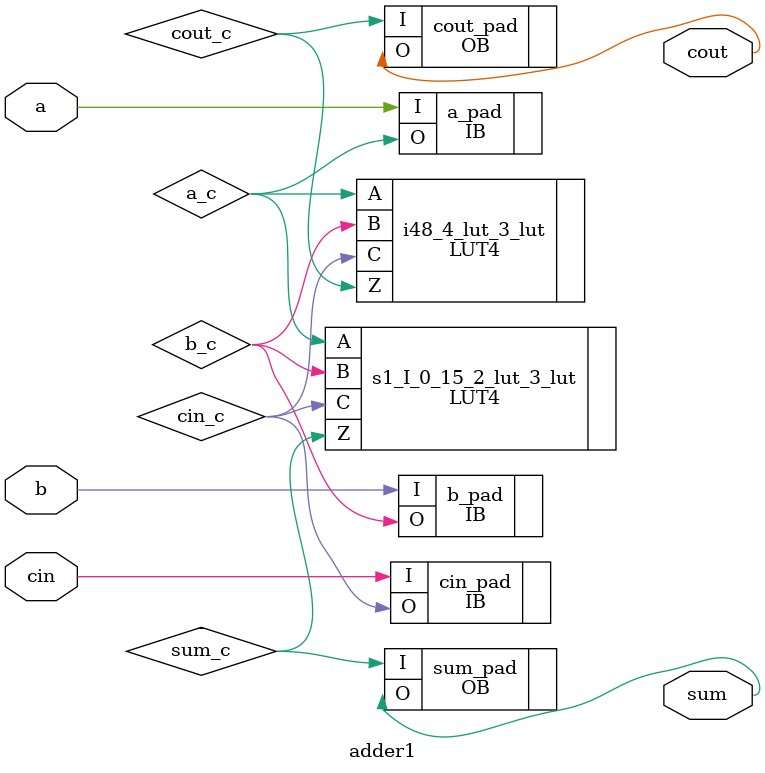
<source format=v>

module adder1 (a, b, cin, sum, cout) /* synthesis syn_module_defined=1 */ ;   // e:/fpgaproject/stepmxo2/swust/2.adder1/adder1.v(13[8:14])
    input a;   // e:/fpgaproject/stepmxo2/swust/2.adder1/adder1.v(15[12:13])
    input b;   // e:/fpgaproject/stepmxo2/swust/2.adder1/adder1.v(16[12:13])
    input cin;   // e:/fpgaproject/stepmxo2/swust/2.adder1/adder1.v(17[12:15])
    output sum;   // e:/fpgaproject/stepmxo2/swust/2.adder1/adder1.v(18[13:16])
    output cout;   // e:/fpgaproject/stepmxo2/swust/2.adder1/adder1.v(19[13:17])
    
    
    wire a_c, b_c, cin_c, sum_c, cout_c, VCC_net, GND_net;
    
    GSR GSR_INST (.GSR(VCC_net));
    VHI i35 (.Z(VCC_net));
    VLO i49 (.Z(GND_net));
    OB sum_pad (.I(sum_c), .O(sum));   // e:/fpgaproject/stepmxo2/swust/2.adder1/adder1.v(18[13:16])
    OB cout_pad (.I(cout_c), .O(cout));   // e:/fpgaproject/stepmxo2/swust/2.adder1/adder1.v(19[13:17])
    IB a_pad (.I(a), .O(a_c));   // e:/fpgaproject/stepmxo2/swust/2.adder1/adder1.v(15[12:13])
    IB b_pad (.I(b), .O(b_c));   // e:/fpgaproject/stepmxo2/swust/2.adder1/adder1.v(16[12:13])
    IB cin_pad (.I(cin), .O(cin_c));   // e:/fpgaproject/stepmxo2/swust/2.adder1/adder1.v(17[12:15])
    PUR PUR_INST (.PUR(VCC_net));
    defparam PUR_INST.RST_PULSE = 1;
    LUT4 s1_I_0_15_2_lut_3_lut (.A(a_c), .B(b_c), .C(cin_c), .Z(sum_c)) /* synthesis lut_function=(A (B (C)+!B !(C))+!A !(B (C)+!B !(C))) */ ;   // e:/fpgaproject/stepmxo2/swust/2.adder1/adder1.v(25[5:13])
    defparam s1_I_0_15_2_lut_3_lut.init = 16'h9696;
    TSALL TSALL_INST (.TSALL(GND_net));
    LUT4 i48_4_lut_3_lut (.A(a_c), .B(b_c), .C(cin_c), .Z(cout_c)) /* synthesis lut_function=(!(A (B+(C))+!A (B (C)))) */ ;   // e:/fpgaproject/stepmxo2/swust/2.adder1/adder1.v(25[5:13])
    defparam i48_4_lut_3_lut.init = 16'h1717;
    
endmodule
//
// Verilog Description of module PUR
// module not written out since it is a black-box. 
//

//
// Verilog Description of module TSALL
// module not written out since it is a black-box. 
//


</source>
